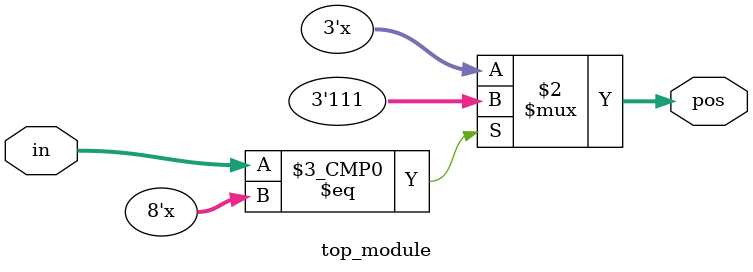
<source format=sv>
module top_module (
    input [7:0] in,
    output reg [2:0] pos
);

always @(*) begin
    casez (in)
        8'b1xxxxxxxx: pos = 3'd7;
        8'b01xxxxxx: pos = 3'd6;
        8'b001xxxxx: pos = 3'd5;
        8'b0001xxxx: pos = 3'd4;
        8'b00001xxx: pos = 3'd3;
        8'b000001xx: pos = 3'd2;
        8'b0000001x: pos = 3'd1;
        8'b00000001: pos = 3'd0;
        default: pos = 3'd0;
    endcase
end

endmodule

</source>
